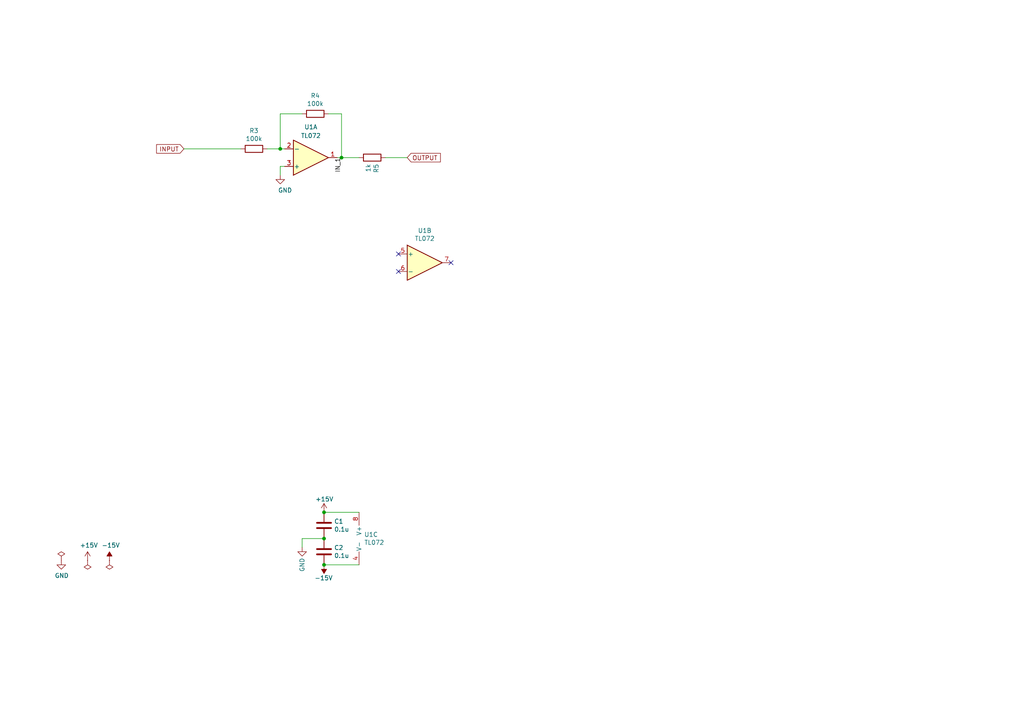
<source format=kicad_sch>
(kicad_sch (version 20211123) (generator eeschema)
  (paper "A4")
  (title_block (title "summe") (date "2021-05-30") (rev "R02") (company "Company") (comment 1 "schema for pcb") (comment 2 "DC coupled mixer") (comment 3 "comment 3") (comment 4 "License CC BY 4.0 - Attribution 4.0 International") (comment 5 "comment 5") (comment 6 "comment 6") (comment 7 "comment 7") (comment 8 "comment 8") (comment 9 "comment 9"))
  (lib_symbols
    (symbol "Amplifier_Operational:TL072" (pin_names (offset 0.127))
      (property "Reference" "U" (at 0 5.08 0))
      (property "Value" "TL072" (at 0 -5.08 0))
      (symbol "TL072_1_1"
        (polyline (pts (xy -5.08 5.08) (xy 5.08 0) (xy -5.08 -5.08) (xy -5.08 5.08)) (stroke (width 0.254)) (fill (type background)))
        (pin output line (at 7.62 0 180) (length 2.54) (name "~") (number "1"))
        (pin input line (at -7.62 -2.54 0) (length 2.54) (name "-") (number "2"))
        (pin input line (at -7.62 2.54 0) (length 2.54) (name "+") (number "3"))
      )
      (symbol "TL072_2_1"
        (polyline (pts (xy -5.08 5.08) (xy 5.08 0) (xy -5.08 -5.08) (xy -5.08 5.08)) (stroke (width 0.254)) (fill (type background)))
        (pin input line (at -7.62 2.54 0) (length 2.54) (name "+") (number "5"))
        (pin input line (at -7.62 -2.54 0) (length 2.54) (name "-") (number "6"))
        (pin output line (at 7.62 0 180) (length 2.54) (name "~") (number "7"))
      )
      (symbol "TL072_3_1"
        (pin power_in line (at -2.54 -7.62 90) (length 3.81) (name "V-") (number "4"))
        (pin power_in line (at -2.54 7.62 270) (length 3.81) (name "V+") (number "8"))
      )
    )
    (symbol "Device:C" (pin_numbers hide) (pin_names (offset 0.254))
      (property "Reference" "C" (at 0.635 2.54 0))
      (property "Value" "C" (at 0.635 -2.54 0))
      (symbol "C_0_1"
        (polyline (pts (xy -2.032 -0.762) (xy 2.032 -0.762)) (stroke (width 0.508)))
        (polyline (pts (xy -2.032 0.762) (xy 2.032 0.762)) (stroke (width 0.508)))
      )
      (symbol "C_1_1"
        (pin passive line (at 0 3.81 270) (length 2.794) (name "~") (number "1"))
        (pin passive line (at 0 -3.81 90) (length 2.794) (name "~") (number "2"))
      )
    )
    (symbol "Device:R" (pin_numbers hide) (pin_names (offset 0))
      (property "Reference" "R" (at 2.032 0 90))
      (property "Value" "R" (at 0 0 90))
      (symbol "R_0_1"
        (rectangle (start -1.016 -2.54) (end 1.016 2.54) (stroke (width 0.254)))
      )
      (symbol "R_1_1"
        (pin passive line (at 0 3.81 270) (length 1.27) (name "~") (number "1"))
        (pin passive line (at 0 -3.81 90) (length 1.27) (name "~") (number "2"))
      )
    )
    (symbol "power:+15V" (power) (pin_names (offset 0))
      (property "Value" "+15V" (at 0 3.556 0))
      (symbol "+15V_0_1"
        (polyline (pts (xy -0.762 1.27) (xy 0 2.54)))
        (polyline (pts (xy 0 0) (xy 0 2.54)))
        (polyline (pts (xy 0 2.54) (xy 0.762 1.27)))
      )
      (symbol "+15V_1_1"
        (pin power_in line (at 0 0 90) (length 0) hide (name "+15V") (number "1"))
      )
    )
    (symbol "power:-15V" (power) (pin_names (offset 0))
      (property "Value" "-15V" (at 0 3.81 0))
      (symbol "-15V_0_0"
        (pin power_in line (at 0 0 90) (length 0) hide (name "-15V") (number "1"))
      )
      (symbol "-15V_0_1"
        (polyline (pts (xy 0 0) (xy 0 1.27) (xy 0.762 1.27) (xy 0 2.54) (xy -0.762 1.27) (xy 0 1.27)) (fill (type outline)))
      )
    )
    (symbol "power:GND" (power) (pin_names (offset 0))
      (property "Value" "GND" (at 0 -3.81 0))
      (symbol "GND_0_1"
        (polyline (pts (xy 0 0) (xy 0 -1.27) (xy 1.27 -1.27) (xy 0 -2.54) (xy -1.27 -1.27) (xy 0 -1.27)))
      )
      (symbol "GND_1_1"
        (pin power_in line (at 0 0 270) (length 0) hide (name "GND") (number "1"))
      )
    )
    (symbol "power:PWR_FLAG" (power) (pin_numbers hide) (pin_names (offset 0) hide)
      (property "Value" "PWR_FLAG" (at 0 3.81 0))
      (symbol "PWR_FLAG_0_0"
        (pin power_out line (at 0 0 90) (length 0) (name "pwr") (number "1"))
      )
      (symbol "PWR_FLAG_0_1"
        (polyline (pts (xy 0 0) (xy 0 1.27) (xy -1.016 1.905) (xy 0 2.54) (xy 1.016 1.905) (xy 0 1.27)))
      )
    )
  )
  (junction (at 81.28 43.18))
  (junction (at 93.98 148.59))
  (junction (at 99.06 45.72))
  (junction (at 93.98 156.21))
  (junction (at 93.98 163.83))
  (no_connect (at 115.57 73.66))
  (no_connect (at 130.81 76.2))
  (no_connect (at 115.57 78.74))
  (wire (pts (xy 99.06 33.02) (xy 99.06 45.72)))
  (wire (pts (xy 104.14 148.59) (xy 93.98 148.59)))
  (wire (pts (xy 93.98 156.21) (xy 87.63 156.21)))
  (wire (pts (xy 87.63 156.21) (xy 87.63 158.75)))
  (wire (pts (xy 77.47 43.18) (xy 81.28 43.18)))
  (wire (pts (xy 53.34 43.18) (xy 69.85 43.18)))
  (wire (pts (xy 95.25 33.02) (xy 99.06 33.02)))
  (wire (pts (xy 111.76 45.72) (xy 118.11 45.72)))
  (wire (pts (xy 99.06 45.72) (xy 97.79 45.72)))
  (wire (pts (xy 104.14 163.83) (xy 93.98 163.83)))
  (wire (pts (xy 81.28 48.26) (xy 82.55 48.26)))
  (wire (pts (xy 81.28 33.02) (xy 81.28 43.18)))
  (wire (pts (xy 104.14 45.72) (xy 99.06 45.72)))
  (wire (pts (xy 81.28 33.02) (xy 87.63 33.02)))
  (wire (pts (xy 81.28 50.8) (xy 81.28 48.26)))
  (wire (pts (xy 81.28 43.18) (xy 82.55 43.18)))
  (label "IN_1" (at 99.06 45.72 270))
  (global_label "INPUT" (shape input) (at 53.34 43.18 180) (property "Intersheet References" "${INTERSHEET_REFS}" (effects hide)))
  (global_label "OUTPUT" (shape input) (at 118.11 45.72 0) (property "Intersheet References" "${INTERSHEET_REFS}" (effects hide)))
  (symbol (lib_id "Device:R") (at 107.95 45.72 90) (unit 1)
    (property "Reference" "R5" (at 109.1184 47.498 0) (effects (justify right)))
    (property "Value" "1k" (at 106.807 47.498 0) (effects (justify right)))
    (property "Footprint" "Resistor_SMD:R_0805_2012Metric_Pad1.20x1.40mm_HandSolder" (effects hide))
    (property "Description" "Thick Film Resistors - SMD (0805)" (effects hide))
  )
  (symbol (lib_id "Device:R") (at 73.66 43.18 270) (unit 1)
    (property "Reference" "R3" (at 73.66 37.9222 90))
    (property "Value" "100k" (at 73.66 40.2336 90))
    (property "Footprint" "Resistor_SMD:R_0805_2012Metric_Pad1.20x1.40mm_HandSolder" (effects hide))
    (property "Description" "Thick Film Resistors - SMD (0805)" (effects hide))
  )
  (symbol (lib_id "power:GND") (at 81.28 50.8 0) (unit 1)
    (property "Reference" "#PWR05" (effects hide))
    (property "Value" "GND" (at 82.677 55.1942 0))
  )
  (symbol (lib_id "Device:R") (at 91.44 33.02 270) (unit 1)
    (property "Reference" "R4" (at 91.44 27.7622 90))
    (property "Value" "100k" (at 91.44 30.0736 90))
    (property "Footprint" "Resistor_SMD:R_0805_2012Metric_Pad1.20x1.40mm_HandSolder" (effects hide))
    (property "Description" "Thick Film Resistors - SMD (0805)" (effects hide))
  )
  (symbol (lib_id "power:PWR_FLAG") (at 25.4 162.56 180) (unit 1)
    (property "Reference" "#FLG02" (effects hide))
    (property "Value" "PWR_FLAG" (effects hide))
  )
  (symbol (lib_id "power:PWR_FLAG") (at 31.75 162.56 180) (unit 1)
    (property "Reference" "#FLG03" (effects hide))
    (property "Value" "PWR_FLAG" (effects hide))
  )
  (symbol (lib_id "power:+15V") (at 25.4 162.56 0) (unit 1)
    (property "Reference" "#PWR02" (effects hide))
    (property "Value" "+15V" (at 25.781 158.1658 0))
  )
  (symbol (lib_id "power:-15V") (at 31.75 162.56 0) (unit 1)
    (property "Reference" "#PWR03" (effects hide))
    (property "Value" "-15V" (at 32.131 158.1658 0))
  )
  (symbol (lib_id "power:PWR_FLAG") (at 17.78 162.56 0) (unit 1)
    (property "Reference" "#FLG01" (effects hide))
    (property "Value" "PWR_FLAG" (effects hide))
  )
  (symbol (lib_id "power:GND") (at 17.78 162.56 0) (unit 1)
    (property "Reference" "#PWR01" (effects hide))
    (property "Value" "GND" (at 17.907 166.9542 0))
  )
  (symbol (lib_id "Amplifier_Operational:TL072") (at 90.17 45.72 0) (mirror x) (unit 1)
    (property "Reference" "U1" (at 90.17 36.83 0))
    (property "Value" "TL072" (at 90.17 39.37 0))
    (property "Datasheet" "http://www.ti.com/lit/ds/symlink/tl071.pdf" (effects hide))
    (property "Description" "Low-Noise FET-Input Operational Amplifiers (SOIC-8 )" (effects hide))
    (property "Spice_Primitive" "X" (effects hide))
    (property "Spice_Model" "TL072c" (effects hide))
    (property "Spice_Netlist_Enabled" "Y" (effects hide))
  )
  (symbol (lib_id "Device:C") (at 93.98 160.02 0) (unit 1)
    (property "Reference" "C2" (at 96.901 158.8516 0) (effects (justify left)))
    (property "Value" "0.1u" (at 96.901 161.163 0) (effects (justify left)))
    (property "Footprint" "Capacitor_SMD:C_0805_2012Metric_Pad1.18x1.45mm_HandSolder" (effects hide))
    (property "Spice_Primitive" "C" (effects hide))
    (property "Spice_Model" "0.1u" (effects hide))
    (property "Spice_Netlist_Enabled" "N" (effects hide))
    (property "Description" "Multilayer Ceramic Capacitors MLCC" (effects hide))
  )
  (symbol (lib_id "Device:C") (at 93.98 152.4 0) (unit 1)
    (property "Reference" "C1" (at 96.901 151.2316 0) (effects (justify left)))
    (property "Value" "0.1u" (at 96.901 153.543 0) (effects (justify left)))
    (property "Footprint" "Capacitor_SMD:C_0805_2012Metric_Pad1.18x1.45mm_HandSolder" (effects hide))
    (property "Spice_Primitive" "C" (effects hide))
    (property "Spice_Model" "0.1u" (effects hide))
    (property "Spice_Netlist_Enabled" "N" (effects hide))
    (property "Description" "Multilayer Ceramic Capacitors MLCC" (effects hide))
  )
  (symbol (lib_id "power:+15V") (at 93.98 148.59 0) (unit 1)
    (property "Reference" "#PWR07" (effects hide))
    (property "Value" "+15V" (at 91.44 144.78 0) (effects (justify left)))
  )
  (symbol (lib_id "power:-15V") (at 93.98 163.83 180) (unit 1)
    (property "Reference" "#PWR08" (effects hide))
    (property "Value" "-15V" (at 96.52 167.64 0) (effects (justify left)))
  )
  (symbol (lib_id "power:GND") (at 87.63 158.75 0) (unit 1)
    (property "Reference" "#PWR06" (effects hide))
    (property "Value" "GND" (at 87.63 163.83 90))
  )
  (symbol (lib_id "Amplifier_Operational:TL072") (at 106.68 156.21 0) (unit 3)
    (property "Reference" "U1" (at 105.6132 155.0416 0) (effects (justify left)))
    (property "Value" "TL072" (at 105.6132 157.353 0) (effects (justify left)))
    (property "Datasheet" "http://www.ti.com/lit/ds/symlink/tl071.pdf" (effects hide))
    (property "Description" "Low-Noise FET-Input Operational Amplifiers (SOIC-8 )" (effects hide))
    (property "Spice_Primitive" "X" (effects hide))
    (property "Spice_Model" "TL072c" (effects hide))
    (property "Spice_Netlist_Enabled" "Y" (effects hide))
  )
  (symbol (lib_id "Amplifier_Operational:TL072") (at 123.19 76.2 0) (unit 2)
    (property "Reference" "U1" (at 123.19 66.8782 0))
    (property "Value" "TL072" (at 123.19 69.1896 0))
    (property "Datasheet" "http://www.ti.com/lit/ds/symlink/tl071.pdf" (effects hide))
    (property "Spice_Primitive" "X" (effects hide))
    (property "Spice_Model" "TL072c" (effects hide))
    (property "Spice_Netlist_Enabled" "Y" (effects hide))
  )
)
</source>
